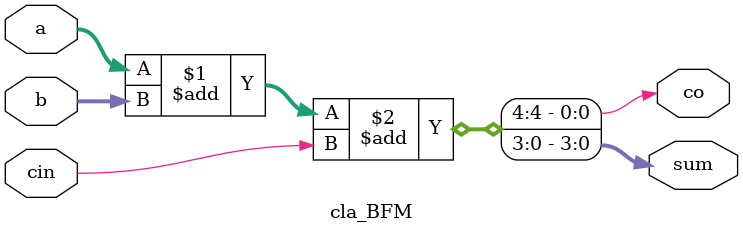
<source format=v>
module cla_BFM(a,b,cin,sum,co);
input [3:0]a,b;
input cin;
output [3:0]sum;
output co;
assign {co,sum}=a+b+cin;
endmodule
</source>
